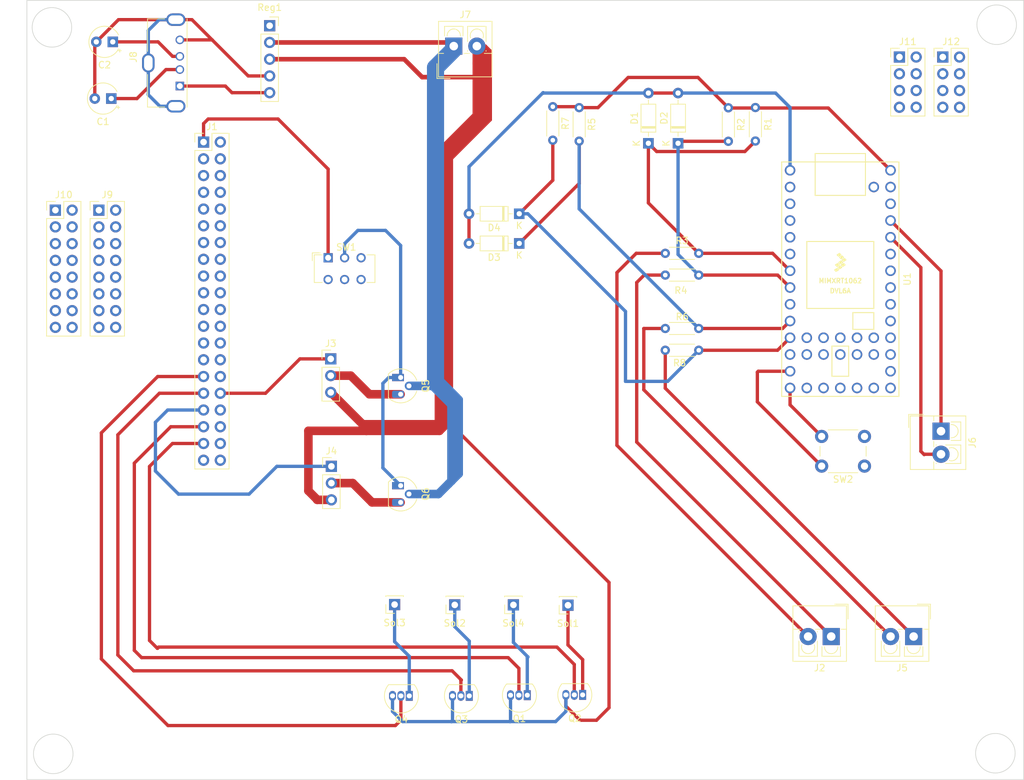
<source format=kicad_pcb>
(kicad_pcb (version 20211014) (generator pcbnew)
  (layers (0 "F.Cu" signal) (31 "B.Cu" signal) (34 "B.Paste" user) (35 "F.Paste" user) (36 "B.SilkS" user "B.Silkscreen") (37 "F.SilkS" user "F.Silkscreen") (38 "B.Mask" user) (39 "F.Mask" user) (44 "Edge.Cuts" user))
  (net 0 "")
  (net 1 "GND")
  (net 2 "Net-(D2-Pad1)")
  (net 3 "Net-(D4-Pad1)")
  (net 4 "/3.3V")
  (net 5 "/5V")
  (net 6 "/GPIO_2")
  (net 7 "/GPIO_3")
  (net 8 "/GPIO_4")
  (net 9 "/GPIO_14")
  (net 10 "/GPIO_15")
  (net 11 "/GPIO_17")
  (net 12 "/GPIO_18")
  (net 13 "/GPIO_27")
  (net 14 "/GPIO_22")
  (net 15 "/GPIO_23")
  (net 16 "/GPIO_24")
  (net 17 "/GPIO_10")
  (net 18 "/GPIO_9")
  (net 19 "/GPIO_25")
  (net 20 "/GPIO_11")
  (net 21 "/GPIO_8")
  (net 22 "/GPIO_7")
  (net 23 "/GPIO_0")
  (net 24 "/GPIO_1")
  (net 25 "/GPIO_5")
  (net 26 "/GPIO_6")
  (net 27 "/GPIO_12")
  (net 28 "/GPIO_13")
  (net 29 "/GPIO_19")
  (net 30 "/GPIO_16")
  (net 31 "/GPIO_26")
  (net 32 "/GPIO_20")
  (net 33 "/GPIO_21")
  (net 34 "/Encoder_2_B")
  (net 35 "/Encoder_1_A")
  (net 36 "Net-(J3-Pad2)")
  (net 37 "Net-(J4-Pad2)")
  (net 38 "/Encoder_2_A")
  (net 39 "/Servo_Right")
  (net 40 "/Servo_Left")
  (net 41 "Net-(Q1-Pad1)")
  (net 42 "Net-(Q2-Pad1)")
  (net 43 "Net-(Q3-Pad1)")
  (net 44 "Net-(Q4-Pad1)")
  (net 45 "Net-(Q5-Pad1)")
  (net 46 "+8V")
  (net 47 "Net-(R1-Pad1)")
  (net 80 "Net-(D3-Pad1)")
  (net 81 "/Encoder_1_B")
  (net 84 "Net-(SW2-Pad1)")
  (net 85 "Net-(SW2-Pad2)")
  (net 86 "Net-(D1-Pad1)")
  (net 87 "Net-(C1-Pad1)")
  (net 88 "Net-(C2-Pad1)")
  (net 89 "/Ground")
  (net 90 "Net-(Reg1-Pad5)")
  (footprint "Connector_PinSocket_2.54mm:PinSocket_1x01_P2.54mm_Vertical" (layer "F.Cu") (at 178.8 125.4 180)
    (fp_text reference "Sol4")
    (fp_text value "Solenoid")
  )
  (footprint "Connector_PinSocket_2.54mm:PinSocket_1x01_P2.54mm_Vertical" (layer "F.Cu") (at 169.9 125.4 180)
    (fp_text reference "Sol2")
    (fp_text value "Solenoid")
  )
  (footprint "Resistor_THT:R_Axial_DIN0204_L3.6mm_D1.6mm_P5.08mm_Horizontal" (layer "F.Cu") (at 201.832 83.474)
    (fp_text reference "R6")
    (fp_text value "110Ω")
  )
  (footprint "Resistor_THT:R_Axial_DIN0204_L3.6mm_D1.6mm_P5.08mm_Horizontal" (layer "F.Cu") (at 184.772 49.834 -90)
    (fp_text reference "R7")
    (fp_text value "1.2kΩ")
  )
  (footprint "Connector_PinHeader_2.54mm:PinHeader_2x04_P2.54mm_Vertical" (layer "F.Cu") (at 243.925 42.3)
    (fp_text reference "J12")
    (fp_text value "Conn_02x04_Odd_Even")
  )
  (footprint "Resistor_THT:R_Axial_DIN0204_L3.6mm_D1.6mm_P5.08mm_Horizontal" (layer "F.Cu") (at 201.832 75.376)
    (fp_text reference "R4")
    (fp_text value "110Ω")
  )
  (footprint "Resistor_THT:R_Axial_DIN0204_L3.6mm_D1.6mm_P5.08mm_Horizontal" (layer "F.Cu") (at 201.832 86.776)
    (fp_text reference "R8")
    (fp_text value "110Ω")
  )
  (footprint "Package_TO_SOT_THT:TO-92L_Inline" (layer "F.Cu") (at 180.9 139.1 180)
    (fp_text reference "Q1")
    (fp_text value "BS107A")
  )
  (footprint "Connector_PinHeader_2.54mm:PinHeader_1x03_P2.54mm_Vertical" (layer "F.Cu") (at 151.19 104.3875)
    (fp_text reference "J4")
    (fp_text value "Servo_2_Header")
  )
  (footprint "Connector_PinSocket_2.54mm:PinSocket_1x05_P2.54mm_Vertical" (layer "F.Cu") (at 141.825 37.55)
    (fp_text reference "Reg1")
    (fp_text value "S13V30F5")
  )
  (footprint "Capacitor_THT:CP_Radial_Tantal_D4.5mm_P2.50mm" (layer "F.Cu") (at 117.8 48.6 180)
    (fp_text reference "C1")
    (fp_text value "22pF")
  )
  (footprint "Package_TO_SOT_THT:TO-92L_Inline" (layer "F.Cu") (at 172.1 139.2 180)
    (fp_text reference "Q3")
    (fp_text value "BS107A")
  )
  (footprint "Diode_THT:D_DO-35_SOD27_P7.62mm_Horizontal" (layer "F.Cu") (at 199.272 55.384 90)
    (fp_text reference "D1")
    (fp_text value "1N746A")
  )
  (footprint "Connector_PinHeader_2.54mm:PinHeader_2x08_P2.54mm_Vertical" (layer "F.Cu") (at 109.325 65.525)
    (fp_text reference "J10")
    (fp_text value "Conn_02x08_Odd_Even")
  )
  (footprint "TerminalBlock_4Ucon:TerminalBlock_4Ucon_1x02_P3.50mm_Vertical" (layer "F.Cu") (at 239.5 130.2 180)
    (fp_text reference "J5")
    (fp_text value "Screw_Terminal_01x02")
  )
  (footprint "Package_TO_SOT_THT:TO-92L_HandSolder" (layer "F.Cu") (at 161.69 107.3125 -90)
    (fp_text reference "Q6")
    (fp_text value "IRF520")
  )
  (footprint "Resistor_THT:R_Axial_DIN0204_L3.6mm_D1.6mm_P5.08mm_Horizontal" (layer "F.Cu") (at 201.832 72.074)
    (fp_text reference "R3")
    (fp_text value "110Ω")
  )
  (footprint "Button_Switch_THT:SW_PUSH_6mm_H4.3mm" (layer "F.Cu") (at 232.05 104.35 180)
    (fp_text reference "SW2")
    (fp_text value "SW_Push")
  )
  (footprint "teensy_library-master:Teensy40" (layer "F.Cu") (at 228.38 75.99 -90)
    (fp_text reference "U1")
    (fp_text value "Teensy4.0")
  )
  (footprint "Diode_THT:D_DO-35_SOD27_P7.62mm_Horizontal" (layer "F.Cu") (at 203.772 55.384 90)
    (fp_text reference "D2")
    (fp_text value "1N746A")
  )
  (footprint "Resistor_THT:R_Axial_DIN0204_L3.6mm_D1.6mm_P5.08mm_Horizontal" (layer "F.Cu") (at 211.4 50 -90)
    (fp_text reference "R2")
    (fp_text value "1.2kΩ")
  )
  (footprint "Connector_USB:USB_A_Molex_105057_Vertical" (layer "F.Cu") (at 128.2 46.7 90)
    (fp_text reference "J8")
    (fp_text value "USB_A")
  )
  (footprint "Capacitor_THT:CP_Radial_Tantal_D4.5mm_P2.50mm" (layer "F.Cu") (at 118.028856 40 180)
    (fp_text reference "C2")
    (fp_text value "22pF")
  )
  (footprint "Connector_PinSocket_2.54mm:PinSocket_1x01_P2.54mm_Vertical" (layer "F.Cu") (at 160.775 125.35 180)
    (fp_text reference "Sol3")
    (fp_text value "Solenoid")
  )
  (footprint "TerminalBlock_4Ucon:TerminalBlock_4Ucon_1x02_P3.50mm_Vertical" (layer "F.Cu") (at 243.655 99.05 -90)
    (fp_text reference "J6")
    (fp_text value "Screw_Terminal_01x02")
  )
  (footprint "Diode_THT:D_DO-35_SOD27_P7.62mm_Horizontal" (layer "F.Cu") (at 179.682 70.574 180)
    (fp_text reference "D3")
    (fp_text value "1N746A")
  )
  (footprint "Resistor_THT:R_Axial_DIN0204_L3.6mm_D1.6mm_P5.08mm_Horizontal" (layer "F.Cu") (at 215.5 49.96 -90)
    (fp_text reference "R1")
    (fp_text value "1.2kΩ")
  )
  (footprint "Button_Switch_THT:SW_CuK_JS202011CQN_DPDT_Straight" (layer "F.Cu") (at 150.6925 72.75)
    (fp_text reference "SW1")
    (fp_text value "SW_SPST")
  )
  (footprint "Connector_PinHeader_2.54mm:PinHeader_2x20_P2.54mm_Vertical" (layer "F.Cu") (at 131.8 55.2)
    (fp_text reference "J1")
    (fp_text value "Raspberry_Pi_4_GPIO")
  )
  (footprint "Connector_PinHeader_2.54mm:PinHeader_1x03_P2.54mm_Vertical" (layer "F.Cu") (at 151.09 88.0875)
    (fp_text reference "J3")
    (fp_text value "Servo_1_Header")
  )
  (footprint "Connector_PinSocket_2.54mm:PinSocket_1x01_P2.54mm_Vertical" (layer "F.Cu") (at 187.075 125.45 180)
    (fp_text reference "Sol1")
    (fp_text value "Solenoid")
  )
  (footprint "Diode_THT:D_DO-35_SOD27_P7.62mm_Horizontal" (layer "F.Cu") (at 179.682 66.074 180)
    (fp_text reference "D4")
    (fp_text value "1N746A")
  )
  (footprint "Resistor_THT:R_Axial_DIN0204_L3.6mm_D1.6mm_P5.08mm_Horizontal" (layer "F.Cu") (at 188.772 49.974 -90)
    (fp_text reference "R5")
    (fp_text value "1.2kΩ")
  )
  (footprint "TerminalBlock_4Ucon:TerminalBlock_4Ucon_1x02_P3.50mm_Vertical" (layer "F.Cu") (at 227 130.2 180)
    (fp_text reference "J2")
    (fp_text value "Screw_Terminal_01x02")
  )
  (footprint "Package_TO_SOT_THT:TO-92L_Inline" (layer "F.Cu") (at 189.3 139.05 180)
    (fp_text reference "Q2")
    (fp_text value "BS107A")
  )
  (footprint "Package_TO_SOT_THT:TO-92L_HandSolder" (layer "F.Cu") (at 161.69 90.9125 -90)
    (fp_text reference "Q5")
    (fp_text value "IRF520")
  )
  (footprint "Package_TO_SOT_THT:TO-92L_Inline" (layer "F.Cu") (at 163 139.2 180)
    (fp_text reference "Q4")
    (fp_text value "BS107A")
  )
  (footprint "Connector_PinHeader_2.54mm:PinHeader_2x04_P2.54mm_Vertical" (layer "F.Cu") (at 237.35 42.3)
    (fp_text reference "J11")
    (fp_text value "Conn_02x04_Odd_Even")
  )
  (footprint "Connector_PinHeader_2.54mm:PinHeader_2x08_P2.54mm_Vertical" (layer "F.Cu") (at 115.925 65.525)
    (fp_text reference "J9")
    (fp_text value "Conn_02x08_Odd_Even")
  )
  (footprint "TerminalBlock_4Ucon:TerminalBlock_4Ucon_1x02_P3.50mm_Vertical" (layer "F.Cu") (at 169.75 40.645)
    (fp_text reference "J7")
    (fp_text value "Screw_Terminal_01x02")
  )
  (gr_circle (center 109 148) (end 112 148) (layer "Edge.Cuts") (width 0.1) (fill none))
  (gr_circle (center 108.8 37.8) (end 111.8 37.8) (layer "Edge.Cuts") (width 0.1) (fill none))
  (gr_circle (center 251.9 147.9) (end 254.9 147.9) (layer "Edge.Cuts") (width 0.1) (fill none))
  (gr_circle (center 252.1 37.4) (end 255.1 37.4) (layer "Edge.Cuts") (width 0.1) (fill none))
  (gr_rect (start 105 33.7) (end 256.2 151.9) (layer "Edge.Cuts") (width 0.1) (fill none))
  (segment (start 147.7 99) (end 147.7 108.1) (width 1.3) (layer "F.Cu") (net 1))
  (segment (start 167.64 98) (end 168.58 98) (width 1.3) (layer "F.Cu") (net 1))
  (segment (start 168.66 57.44) (end 168.66 97.92) (width 1.3) (layer "F.Cu") (net 1))
  (segment (start 155.9225 98) (end 167.64 98) (width 1.3) (layer "F.Cu") (net 1))
  (segment (start 138.57 45.17) (end 133.1 39.7) (width 0.5) (layer "F.Cu") (net 1))
  (segment (start 193.3 141) (end 193.3 122) (width 0.5) (layer "F.Cu") (net 1))
  (segment (start 173.905 40.645) (end 174.5 41.24) (width 1.3) (layer "F.Cu") (net 1))
  (segment (start 130.03 36.63) (end 133.1 39.7) (width 0.5) (layer "F.Cu") (net 1))
  (segment (start 115.3 48.6) (end 115.3 40.228856) (width 0.5) (layer "F.Cu") (net 1))
  (segment (start 156.5 99) (end 147.7 99) (width 1.3) (layer "F.Cu") (net 1))
  (segment (start 141.825 45.17) (end 138.57 45.17) (width 0.5) (layer "F.Cu") (net 1))
  (segment (start 151.09 93.1675) (end 155.9225 98) (width 1.3) (layer "F.Cu") (net 1))
  (segment (start 149.0325 109.4325) (end 149.0325 109.4675) (width 1.3) (layer "F.Cu") (net 1))
  (segment (start 168.66 97.92) (end 168.58 98) (width 1.3) (layer "F.Cu") (net 1))
  (segment (start 186.76 139.05) (end 186.76 140.76) (width 0.5) (layer "F.Cu") (net 1))
  (segment (start 193.3 122) (end 169.4 98.1) (width 0.5) (layer "F.Cu") (net 1))
  (segment (start 174.5 41.24) (end 174.5 51.6) (width 1.3) (layer "F.Cu") (net 1))
  (segment (start 164.95 45.35) (end 173.25 45.35) (width 0.7) (layer "F.Cu") (net 1))
  (segment (start 186.76 140.76) (end 188.9 142.9) (width 0.5) (layer "F.Cu") (net 1))
  (segment (start 167.5 56.92) (end 167.5 97.86) (width 1.3) (layer "F.Cu") (net 1))
  (segment (start 115.3 40.228856) (end 115.528856 40) (width 0.5) (layer "F.Cu") (net 1))
  (segment (start 156.3 98.8) (end 156.5 99) (width 1.3) (layer "F.Cu") (net 1))
  (segment (start 175.3 51.8) (end 175.3 41.4) (width 0.5) (layer "F.Cu") (net 1))
  (segment (start 173.25 43.25) (end 173.25 45.35) (width 1.3) (layer "F.Cu") (net 1))
  (segment (start 162.23 42.63) (end 164.95 45.35) (width 0.7) (layer "F.Cu") (net 1))
  (segment (start 169.4 57.7) (end 175.3 51.8) (width 0.5) (layer "F.Cu") (net 1))
  (segment (start 167.58 99) (end 168.58 98) (width 1.3) (layer "F.Cu") (net 1))
  (segment (start 173.25 45.35) (end 173.25 51.17) (width 1.3) (layer "F.Cu") (net 1))
  (segment (start 127.6 36.63) (end 130.03 36.63) (width 0.5) (layer "F.Cu") (net 1))
  (segment (start 149.0325 109.4675) (end 151.19 109.4675) (width 1.3) (layer "F.Cu") (net 1))
  (segment (start 141.825 42.63) (end 162.23 42.63) (width 0.7) (layer "F.Cu") (net 1))
  (segment (start 173.25 44.65) (end 173.25 43.25) (width 0.5) (layer "F.Cu") (net 1))
  (segment (start 167.5 97.86) (end 167.64 98) (width 1.3) (layer "F.Cu") (net 1))
  (segment (start 199.272 47.764) (end 203.772 47.764) (width 0.5) (layer "F.Cu") (net 1))
  (segment (start 169.4 98.1) (end 169.4 57.7) (width 0.5) (layer "F.Cu") (net 1))
  (segment (start 173.25 40.645) (end 173.905 40.645) (width 1.3) (layer "F.Cu") (net 1))
  (segment (start 118.898856 36.63) (end 127.6 36.63) (width 0.5) (layer "F.Cu") (net 1))
  (segment (start 174.545 40.645) (end 173.25 40.645) (width 0.5) (layer "F.Cu") (net 1))
  (segment (start 188.9 142.9) (end 191.4 142.9) (width 0.5) (layer "F.Cu") (net 1))
  (segment (start 147.7 108.1) (end 149.0325 109.4325) (width 1.3) (layer "F.Cu") (net 1))
  (segment (start 175.3 41.4) (end 174.545 40.645) (width 0.5) (layer "F.Cu") (net 1))
  (segment (start 172.062 66.074) (end 172.062 70.574) (width 0.5) (layer "F.Cu") (net 1))
  (segment (start 173.25 40.645) (end 173.25 43.25) (width 1.3) (layer "F.Cu") (net 1))
  (segment (start 133.1 39.7) (end 128.2 39.7) (width 0.5) (layer "F.Cu") (net 1))
  (segment (start 115.528856 40) (end 118.898856 36.63) (width 0.5) (layer "F.Cu") (net 1))
  (segment (start 173.25 51.17) (end 167.5 56.92) (width 1.3) (layer "F.Cu") (net 1))
  (segment (start 191.4 142.9) (end 193.3 141) (width 0.5) (layer "F.Cu") (net 1))
  (segment (start 156.5 99) (end 167.58 99) (width 1.3) (layer "F.Cu") (net 1))
  (segment (start 174.5 51.6) (end 168.66 57.44) (width 1.3) (layer "F.Cu") (net 1))
  (segment (start 123.42 38.28) (end 123.42 43.2) (width 0.5) (layer "B.Cu") (net 1))
  (segment (start 178.36 139.1) (end 178.36 143.04) (width 0.5) (layer "B.Cu") (net 1))
  (segment (start 178.3 143.1) (end 185.2 143.1) (width 0.5) (layer "B.Cu") (net 1))
  (segment (start 183.3 47.7) (end 183.364 47.764) (width 0.5) (layer "B.Cu") (net 1))
  (segment (start 186.76 141.54) (end 186.76 139.05) (width 0.5) (layer "B.Cu") (net 1))
  (segment (start 185.2 143.1) (end 186.76 141.54) (width 0.5) (layer "B.Cu") (net 1))
  (segment (start 183.364 47.764) (end 199.272 47.764) (width 0.5) (layer "B.Cu") (net 1))
  (segment (start 169.56 139.2) (end 169.56 142.94) (width 0.5) (layer "B.Cu") (net 1))
  (segment (start 178.36 143.04) (end 178.3 143.1) (width 0.5) (layer "B.Cu") (net 1))
  (segment (start 127.6 49.77) (end 125.17 49.77) (width 0.5) (layer "B.Cu") (net 1))
  (segment (start 220.76 49.96) (end 220.76 59.48) (width 0.5) (layer "B.Cu") (net 1))
  (segment (start 169.4 143.1) (end 178.3 143.1) (width 0.5) (layer "B.Cu") (net 1))
  (segment (start 169.56 142.94) (end 169.4 143.1) (width 0.5) (layer "B.Cu") (net 1))
  (segment (start 162 143.1) (end 169.4 143.1) (width 0.5) (layer "B.Cu") (net 1))
  (segment (start 172.062 58.938) (end 183.3 47.7) (width 0.5) (layer "B.Cu") (net 1))
  (segment (start 160.46 141.56) (end 162 143.1) (width 0.5) (layer "B.Cu") (net 1))
  (segment (start 160.46 139.2) (end 160.46 141.56) (width 0.5) (layer "B.Cu") (net 1))
  (segment (start 123.4 48) (end 123.42 47.98) (width 0.5) (layer "B.Cu") (net 1))
  (segment (start 125.07 36.63) (end 123.42 38.28) (width 0.5) (layer "B.Cu") (net 1))
  (segment (start 172.062 66.074) (end 172.062 58.938) (width 0.5) (layer "B.Cu") (net 1))
  (segment (start 203.772 47.764) (end 218.564 47.764) (width 0.5) (layer "B.Cu") (net 1))
  (segment (start 218.564 47.764) (end 220.76 49.96) (width 0.5) (layer "B.Cu") (net 1))
  (segment (start 123.42 47.98) (end 123.42 43.2) (width 0.5) (layer "B.Cu") (net 1))
  (segment (start 125.17 49.77) (end 123.4 48) (width 0.5) (layer "B.Cu") (net 1))
  (segment (start 127.6 36.63) (end 125.07 36.63) (width 0.5) (layer "B.Cu") (net 1))
  (segment (start 218.876 75.376) (end 220.76 77.26) (width 0.5) (layer "F.Cu") (net 2))
  (segment (start 204.076 55.08) (end 203.772 55.384) (width 0.5) (layer "F.Cu") (net 2))
  (segment (start 206.912 75.376) (end 218.876 75.376) (width 0.5) (layer "F.Cu") (net 2))
  (segment (start 211.4 55.08) (end 204.076 55.08) (width 0.5) (layer "F.Cu") (net 2))
  (segment (start 203.772 55.384) (end 203.772 72.236) (width 0.5) (layer "B.Cu") (net 2))
  (segment (start 203.772 72.236) (end 206.912 75.376) (width 0.5) (layer "B.Cu") (net 2))
  (segment (start 184.772 60.984) (end 179.682 66.074) (width 0.5) (layer "F.Cu") (net 3))
  (segment (start 218.864 86.776) (end 220.76 84.88) (width 0.5) (layer "F.Cu") (net 3))
  (segment (start 206.912 86.776) (end 218.864 86.776) (width 0.5) (layer "F.Cu") (net 3))
  (segment (start 184.772 54.914) (end 184.772 60.984) (width 0.5) (layer "F.Cu") (net 3))
  (segment (start 195.8 91.5) (end 202.188 91.5) (width 0.5) (layer "B.Cu") (net 3))
  (segment (start 179.682 66.074) (end 180.982 66.074) (width 0.5) (layer "B.Cu") (net 3))
  (segment (start 180.982 66.074) (end 195.8 80.892) (width 0.5) (layer "B.Cu") (net 3))
  (segment (start 195.8 80.892) (end 195.8 91.5) (width 0.5) (layer "B.Cu") (net 3))
  (segment (start 202.188 91.5) (end 206.912 86.776) (width 0.5) (layer "B.Cu") (net 3))
  (segment (start 132.5 51.7) (end 143.1 51.7) (width 0.5) (layer "F.Cu") (net 4))
  (segment (start 131.8 55.2) (end 131.8 52.4) (width 0.5) (layer "F.Cu") (net 4))
  (segment (start 150.6925 59.2925) (end 150.6925 72.75) (width 0.5) (layer "F.Cu") (net 4))
  (segment (start 131.8 52.4) (end 132.5 51.7) (width 0.5) (layer "F.Cu") (net 4))
  (segment (start 143.1 51.7) (end 150.6925 59.2925) (width 0.5) (layer "F.Cu") (net 4))
  (segment (start 160.9 143.7) (end 161.73 142.87) (width 0.5) (layer "F.Cu") (net 25))
  (segment (start 131.8 90.76) (end 124.84 90.76) (width 0.5) (layer "F.Cu") (net 25))
  (segment (start 161.73 142.87) (end 161.73 139.2) (width 0.5) (layer "F.Cu") (net 25))
  (segment (start 116.3 133.6) (end 126.4 143.7) (width 0.5) (layer "F.Cu") (net 25))
  (segment (start 116.3 99.3) (end 116.3 133.6) (width 0.5) (layer "F.Cu") (net 25))
  (segment (start 124.84 90.76) (end 116.3 99.3) (width 0.5) (layer "F.Cu") (net 25))
  (segment (start 126.4 143.7) (end 160.9 143.7) (width 0.5) (layer "F.Cu") (net 25))
  (segment (start 170.9 136.8) (end 170.83 136.87) (width 0.5) (layer "F.Cu") (net 26))
  (segment (start 121.2 135.4) (end 169.5 135.4) (width 0.5) (layer "F.Cu") (net 26))
  (segment (start 125.1 93.3) (end 118.8 99.6) (width 0.5) (layer "F.Cu") (net 26))
  (segment (start 170.83 136.87) (end 170.83 139.2) (width 0.5) (layer "F.Cu") (net 26))
  (segment (start 169.5 135.4) (end 170.9 136.8) (width 0.5) (layer "F.Cu") (net 26))
  (segment (start 118.8 133) (end 121.2 135.4) (width 0.5) (layer "F.Cu") (net 26))
  (segment (start 131.8 93.3) (end 125.1 93.3) (width 0.5) (layer "F.Cu") (net 26))
  (segment (start 118.8 99.6) (end 118.8 133) (width 0.5) (layer "F.Cu") (net 26))
  (segment (start 141.2 93.3) (end 134.34 93.3) (width 0.5) (layer "F.Cu") (net 27))
  (segment (start 151.09 88.0875) (end 146.4125 88.0875) (width 0.5) (layer "F.Cu") (net 27))
  (segment (start 146.4125 88.0875) (end 141.2 93.3) (width 0.5) (layer "F.Cu") (net 27))
  (segment (start 126.36 95.84) (end 131.8 95.84) (width 0.5) (layer "B.Cu") (net 28))
  (segment (start 142.9125 104.3875) (end 138.7 108.6) (width 0.5) (layer "B.Cu") (net 28))
  (segment (start 128 108.6) (end 124.5 105.1) (width 0.5) (layer "B.Cu") (net 28))
  (segment (start 124.5 105.1) (end 124.5 97.7) (width 0.5) (layer "B.Cu") (net 28))
  (segment (start 138.7 108.6) (end 128 108.6) (width 0.5) (layer "B.Cu") (net 28))
  (segment (start 151.19 104.3875) (end 142.9125 104.3875) (width 0.5) (layer "B.Cu") (net 28))
  (segment (start 124.5 97.7) (end 126.36 95.84) (width 0.5) (layer "B.Cu") (net 28))
  (segment (start 179.63 135.03) (end 179.63 139.1) (width 0.5) (layer "F.Cu") (net 29))
  (segment (start 121.3 103.9) (end 121.3 132.3) (width 0.5) (layer "F.Cu") (net 29))
  (segment (start 131.8 98.38) (end 126.82 98.38) (width 0.5) (layer "F.Cu") (net 29))
  (segment (start 122.4 133.4) (end 178 133.4) (width 0.5) (layer "F.Cu") (net 29))
  (segment (start 126.82 98.38) (end 121.3 103.9) (width 0.5) (layer "F.Cu") (net 29))
  (segment (start 178 133.4) (end 179.63 135.03) (width 0.5) (layer "F.Cu") (net 29))
  (segment (start 121.3 132.3) (end 122.4 133.4) (width 0.5) (layer "F.Cu") (net 29))
  (segment (start 131.8 100.92) (end 127.08 100.92) (width 0.5) (layer "F.Cu") (net 31))
  (segment (start 124.8 132) (end 125 131.8) (width 0.5) (layer "F.Cu") (net 31))
  (segment (start 123.6 104.4) (end 123.6 130.8) (width 0.5) (layer "F.Cu") (net 31))
  (segment (start 185.4 131.8) (end 188.03 134.43) (width 0.5) (layer "F.Cu") (net 31))
  (segment (start 125 131.8) (end 185.4 131.8) (width 0.5) (layer "F.Cu") (net 31))
  (segment (start 127.08 100.92) (end 123.6 104.4) (width 0.5) (layer "F.Cu") (net 31))
  (segment (start 188.03 134.43) (end 188.03 139.05) (width 0.5) (layer "F.Cu") (net 31))
  (segment (start 123.6 130.8) (end 124.8 132) (width 0.5) (layer "F.Cu") (net 31))
  (segment (start 201.832 92.532) (end 239.5 130.2) (width 0.5) (layer "F.Cu") (net 34))
  (segment (start 201.832 86.776) (end 201.832 92.532) (width 0.5) (layer "F.Cu") (net 34))
  (segment (start 194.5 101.2) (end 223.5 130.2) (width 0.5) (layer "F.Cu") (net 35))
  (segment (start 194.5 75) (end 194.5 101.2) (width 0.5) (layer "F.Cu") (net 35))
  (segment (start 197.426 72.074) (end 194.5 75) (width 0.5) (layer "F.Cu") (net 35))
  (segment (start 201.832 72.074) (end 197.426 72.074) (width 0.5) (layer "F.Cu") (net 35))
  (segment (start 151.09 90.6275) (end 154.1275 90.6275) (width 1.3) (layer "F.Cu") (net 36))
  (segment (start 154.1275 90.6275) (end 156.9525 93.4525) (width 1.3) (layer "F.Cu") (net 36))
  (segment (start 156.9525 93.4525) (end 161.69 93.4525) (width 1.3) (layer "F.Cu") (net 36))
  (segment (start 161.69 109.8525) (end 157.3525 109.8525) (width 1.3) (layer "F.Cu") (net 37))
  (segment (start 157.3525 109.8525) (end 154.4275 106.9275) (width 1.3) (layer "F.Cu") (net 37))
  (segment (start 154.4275 106.9275) (end 151.19 106.9275) (width 1.3) (layer "F.Cu") (net 37))
  (segment (start 198.574 92.774) (end 236 130.2) (width 0.5) (layer "F.Cu") (net 38))
  (segment (start 201.832 83.474) (end 198.574 83.474) (width 0.5) (layer "F.Cu") (net 38))
  (segment (start 198.574 83.474) (end 198.574 92.774) (width 0.5) (layer "F.Cu") (net 38))
  (segment (start 243.655 99.05) (end 243.655 74.755) (width 0.5) (layer "F.Cu") (net 39))
  (segment (start 243.655 74.755) (end 236 67.1) (width 0.5) (layer "F.Cu") (net 39))
  (segment (start 241.1 102.6) (end 241.15 102.55) (width 0.5) (layer "F.Cu") (net 40))
  (segment (start 240.6 102.1) (end 241.1 102.6) (width 0.5) (layer "F.Cu") (net 40))
  (segment (start 236 69.64) (end 240.6 74.24) (width 0.5) (layer "F.Cu") (net 40))
  (segment (start 240.6 74.24) (end 240.6 102.1) (width 0.5) (layer "F.Cu") (net 40))
  (segment (start 241.15 102.55) (end 243.655 102.55) (width 0.5) (layer "F.Cu") (net 40))
  (segment (start 178.8 131.1) (end 181 133.3) (width 0.5) (layer "B.Cu") (net 41))
  (segment (start 180.9 133.4) (end 180.9 139.1) (width 0.5) (layer "B.Cu") (net 41))
  (segment (start 178.8 125.4) (end 178.8 131.1) (width 0.5) (layer "B.Cu") (net 41))
  (segment (start 181 133.3) (end 180.9 133.4) (width 0.5) (layer "B.Cu") (net 41))
  (segment (start 187.075 125.45) (end 187.075 131.475) (width 0.5) (layer "F.Cu") (net 42))
  (segment (start 187.075 131.475) (end 189.3 133.7) (width 0.5) (layer "F.Cu") (net 42))
  (segment (start 189.3 133.7) (end 189.3 139.05) (width 0.5) (layer "F.Cu") (net 42))
  (segment (start 172.1 139.2) (end 172.1 130.9) (width 0.5) (layer "B.Cu") (net 43))
  (segment (start 169.9 128.7) (end 169.9 125.4) (width 0.5) (layer "B.Cu") (net 43))
  (segment (start 172.1 130.9) (end 169.9 128.7) (width 0.5) (layer "B.Cu") (net 43))
  (segment (start 160.775 130.975) (end 160.775 125.35) (width 0.5) (layer "B.Cu") (net 44))
  (segment (start 163 133.2) (end 160.775 130.975) (width 0.5) (layer "B.Cu") (net 44))
  (segment (start 163 139.2) (end 163 133.2) (width 0.5) (layer "B.Cu") (net 44))
  (segment (start 159 91.8) (end 159 104.6225) (width 0.5) (layer "B.Cu") (net 45))
  (segment (start 161.69 90.9125) (end 161.69 70.89) (width 0.5) (layer "B.Cu") (net 45))
  (segment (start 155.2 68.6) (end 153.1925 70.6075) (width 0.5) (layer "B.Cu") (net 45))
  (segment (start 161.69 70.89) (end 159.4 68.6) (width 0.5) (layer "B.Cu") (net 45))
  (segment (start 153.1925 70.6075) (end 153.1925 72.75) (width 0.5) (layer "B.Cu") (net 45))
  (segment (start 159.4 68.6) (end 155.2 68.6) (width 0.5) (layer "B.Cu") (net 45))
  (segment (start 161.69 90.9125) (end 159.8875 90.9125) (width 0.5) (layer "B.Cu") (net 45))
  (segment (start 159.8875 90.9125) (end 159 91.8) (width 0.5) (layer "B.Cu") (net 45))
  (segment (start 159 104.6225) (end 161.69 107.3125) (width 0.5) (layer "B.Cu") (net 45))
  (segment (start 141.825 40.09) (end 169.195 40.09) (width 0.7) (layer "F.Cu") (net 46))
  (segment (start 169.195 40.09) (end 169.75 40.645) (width 0.5) (layer "F.Cu") (net 46))
  (segment (start 167.4825 92.1825) (end 169.7 94.4) (width 1.3) (layer "B.Cu") (net 46))
  (segment (start 169.4 106.6) (end 168.95 107.05) (width 1.3) (layer "B.Cu") (net 46))
  (segment (start 169.4 94.6) (end 169.4 106.6) (width 1.3) (layer "B.Cu") (net 46))
  (segment (start 169.7 94.4) (end 169.6 94.4) (width 1.3) (layer "B.Cu") (net 46))
  (segment (start 170.5 94.3) (end 170.5 105.5) (width 1.3) (layer "B.Cu") (net 46))
  (segment (start 166.9825 91.6825) (end 169.7 94.4) (width 2.6) (layer "B.Cu") (net 46))
  (segment (start 162.96 92.1825) (end 167.4825 92.1825) (width 1.3) (layer "B.Cu") (net 46))
  (segment (start 167.4175 108.5825) (end 162.96 108.5825) (width 1.3) (layer "B.Cu") (net 46))
  (segment (start 169.7 41.2) (end 166.9825 43.9175) (width 2.6) (layer "B.Cu") (net 46))
  (segment (start 169.75 41.15) (end 169.75 40.645) (width 1.3) (layer "B.Cu") (net 46))
  (segment (start 168.95 107.05) (end 167.4175 108.5825) (width 1.3) (layer "B.Cu") (net 46))
  (segment (start 169.6 94.4) (end 169.4 94.6) (width 1.3) (layer "B.Cu") (net 46))
  (segment (start 166.9825 43.9175) (end 166.9825 91.6825) (width 2.6) (layer "B.Cu") (net 46))
  (segment (start 170.5 105.5) (end 169.4 106.6) (width 1.3) (layer "B.Cu") (net 46))
  (segment (start 168 91.8) (end 170.5 94.3) (width 1.3) (layer "B.Cu") (net 46))
  (segment (start 169.7 41.2) (end 169.75 41.15) (width 1.3) (layer "B.Cu") (net 46))
  (segment (start 191.626 49.974) (end 196.2 45.4) (width 0.5) (layer "F.Cu") (net 47))
  (segment (start 226.554 50.034) (end 236 59.48) (width 0.5) (layer "F.Cu") (net 47))
  (segment (start 211.072 50.034) (end 214.872 50.034) (width 0.5) (layer "F.Cu") (net 47))
  (segment (start 188.632 49.834) (end 188.772 49.974) (width 0.5) (layer "F.Cu") (net 47))
  (segment (start 206.8 45.4) (end 211.4 50) (width 0.5) (layer "F.Cu") (net 47))
  (segment (start 188.772 49.974) (end 191.626 49.974) (width 0.5) (layer "F.Cu") (net 47))
  (segment (start 214.872 50.034) (end 226.554 50.034) (width 0.5) (layer "F.Cu") (net 47))
  (segment (start 196.2 45.4) (end 206.8 45.4) (width 0.5) (layer "F.Cu") (net 47))
  (segment (start 184.772 49.834) (end 188.632 49.834) (width 0.5) (layer "F.Cu") (net 47))
  (segment (start 206.912 83.474) (end 219.626 83.474) (width 0.5) (layer "F.Cu") (net 80))
  (segment (start 179.682 70.574) (end 188.772 61.484) (width 0.5) (layer "F.Cu") (net 80))
  (segment (start 188.772 61.484) (end 188.772 55.054) (width 0.5) (layer "F.Cu") (net 80))
  (segment (start 219.626 83.474) (end 220.76 82.34) (width 0.5) (layer "F.Cu") (net 80))
  (segment (start 206.912 83.474) (end 188.772 65.334) (width 0.5) (layer "B.Cu") (net 80))
  (segment (start 188.772 65.334) (end 188.772 55.054) (width 0.5) (layer "B.Cu") (net 80))
  (segment (start 197.5 76.5) (end 197.5 100.7) (width 0.5) (layer "F.Cu") (net 81))
  (segment (start 198.624 75.376) (end 197.5 76.5) (width 0.5) (layer "F.Cu") (net 81))
  (segment (start 197.5 100.7) (end 227 130.2) (width 0.5) (layer "F.Cu") (net 81))
  (segment (start 201.832 75.376) (end 198.624 75.376) (width 0.5) (layer "F.Cu") (net 81))
  (segment (start 215.8 90.1) (end 215.94 89.96) (width 0.5) (layer "F.Cu") (net 84))
  (segment (start 225.55 104.35) (end 215.8 94.6) (width 0.5) (layer "F.Cu") (net 84))
  (segment (start 215.8 94.6) (end 215.8 90.1) (width 0.5) (layer "F.Cu") (net 84))
  (segment (start 215.94 89.96) (end 220.76 89.96) (width 0.5) (layer "F.Cu") (net 84))
  (segment (start 220.76 92.5) (end 220.76 95.06) (width 0.5) (layer "F.Cu") (net 85))
  (segment (start 220.76 95.06) (end 225.55 99.85) (width 0.5) (layer "F.Cu") (net 85))
  (segment (start 199.272 64.434) (end 206.912 72.074) (width 0.5) (layer "F.Cu") (net 86))
  (segment (start 213.906489 56.633511) (end 215.5 55.04) (width 0.5) (layer "F.Cu") (net 86))
  (segment (start 206.912 72.074) (end 218.114 72.074) (width 0.5) (layer "F.Cu") (net 86))
  (segment (start 199.272 55.384) (end 200.521511 56.633511) (width 0.5) (layer "F.Cu") (net 86))
  (segment (start 200.521511 56.633511) (end 213.906489 56.633511) (width 0.5) (layer "F.Cu") (net 86))
  (segment (start 218.114 72.074) (end 220.76 74.72) (width 0.5) (layer "F.Cu") (net 86))
  (segment (start 199.272 55.384) (end 199.272 64.434) (width 0.5) (layer "F.Cu") (net 86))
  (segment (start 117.8 48.6) (end 121.7 48.6) (width 0.5) (layer "F.Cu") (net 87))
  (segment (start 121.7 48.6) (end 126.1 44.2) (width 0.5) (layer "F.Cu") (net 87))
  (segment (start 126.1 44.2) (end 128.2 44.2) (width 0.5) (layer "F.Cu") (net 87))
  (segment (start 124.9 40) (end 118.028856 40) (width 0.5) (layer "F.Cu") (net 88))
  (segment (start 127.1 42.2) (end 124.9 40) (width 0.5) (layer "F.Cu") (net 88))
  (segment (start 128.2 42.2) (end 127.1 42.2) (width 0.5) (layer "F.Cu") (net 88))
  (segment (start 128.2 46.7) (end 135.1 46.7) (width 0.5) (layer "F.Cu") (net 90))
  (segment (start 136.11 47.71) (end 141.825 47.71) (width 0.5) (layer "F.Cu") (net 90))
  (segment (start 135.1 46.7) (end 136.11 47.71) (width 0.5) (layer "F.Cu") (net 90))
)
</source>
